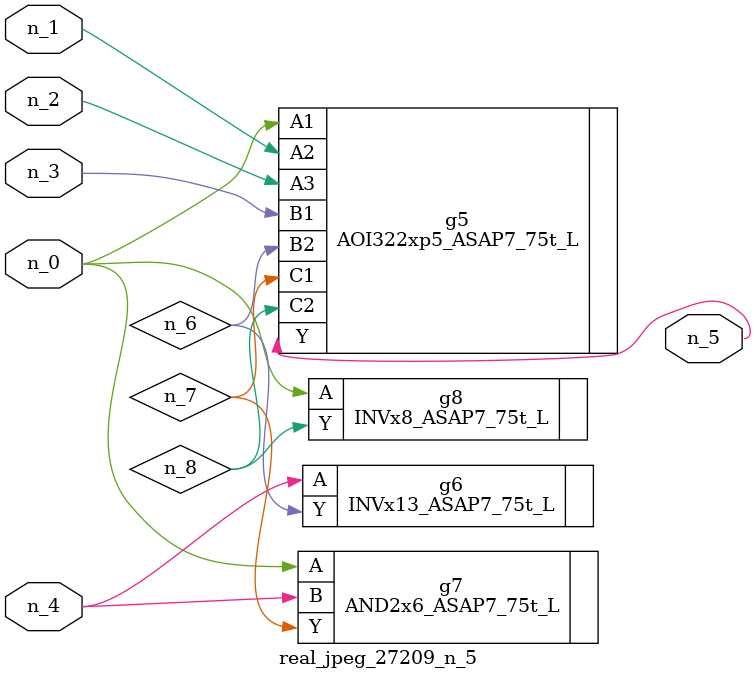
<source format=v>
module real_jpeg_27209_n_5 (n_4, n_0, n_1, n_2, n_3, n_5);

input n_4;
input n_0;
input n_1;
input n_2;
input n_3;

output n_5;

wire n_8;
wire n_6;
wire n_7;

AOI322xp5_ASAP7_75t_L g5 ( 
.A1(n_0),
.A2(n_1),
.A3(n_2),
.B1(n_3),
.B2(n_6),
.C1(n_7),
.C2(n_8),
.Y(n_5)
);

AND2x6_ASAP7_75t_L g7 ( 
.A(n_0),
.B(n_4),
.Y(n_7)
);

INVx8_ASAP7_75t_L g8 ( 
.A(n_0),
.Y(n_8)
);

INVx13_ASAP7_75t_L g6 ( 
.A(n_4),
.Y(n_6)
);


endmodule
</source>
